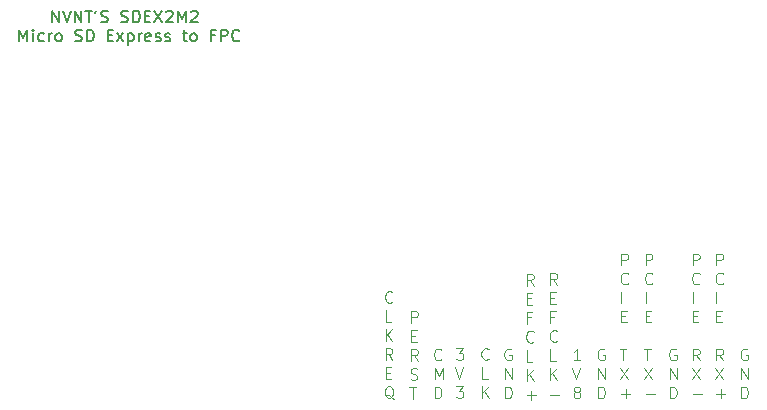
<source format=gbr>
%TF.GenerationSoftware,KiCad,Pcbnew,9.0.2*%
%TF.CreationDate,2025-07-29T12:02:09+08:00*%
%TF.ProjectId,MicroSD Express to FPC,4d696372-6f53-4442-9045-787072657373,rev?*%
%TF.SameCoordinates,Original*%
%TF.FileFunction,Legend,Top*%
%TF.FilePolarity,Positive*%
%FSLAX46Y46*%
G04 Gerber Fmt 4.6, Leading zero omitted, Abs format (unit mm)*
G04 Created by KiCad (PCBNEW 9.0.2) date 2025-07-29 12:02:09*
%MOMM*%
%LPD*%
G01*
G04 APERTURE LIST*
%ADD10C,0.100000*%
%ADD11C,0.200000*%
G04 APERTURE END LIST*
D10*
X181417693Y-130650150D02*
X181322455Y-130602531D01*
X181322455Y-130602531D02*
X181179598Y-130602531D01*
X181179598Y-130602531D02*
X181036741Y-130650150D01*
X181036741Y-130650150D02*
X180941503Y-130745388D01*
X180941503Y-130745388D02*
X180893884Y-130840626D01*
X180893884Y-130840626D02*
X180846265Y-131031102D01*
X180846265Y-131031102D02*
X180846265Y-131173959D01*
X180846265Y-131173959D02*
X180893884Y-131364435D01*
X180893884Y-131364435D02*
X180941503Y-131459673D01*
X180941503Y-131459673D02*
X181036741Y-131554912D01*
X181036741Y-131554912D02*
X181179598Y-131602531D01*
X181179598Y-131602531D02*
X181274836Y-131602531D01*
X181274836Y-131602531D02*
X181417693Y-131554912D01*
X181417693Y-131554912D02*
X181465312Y-131507292D01*
X181465312Y-131507292D02*
X181465312Y-131173959D01*
X181465312Y-131173959D02*
X181274836Y-131173959D01*
X180893884Y-133212475D02*
X180893884Y-132212475D01*
X180893884Y-132212475D02*
X181465312Y-133212475D01*
X181465312Y-133212475D02*
X181465312Y-132212475D01*
X180893884Y-134822419D02*
X180893884Y-133822419D01*
X180893884Y-133822419D02*
X181131979Y-133822419D01*
X181131979Y-133822419D02*
X181274836Y-133870038D01*
X181274836Y-133870038D02*
X181370074Y-133965276D01*
X181370074Y-133965276D02*
X181417693Y-134060514D01*
X181417693Y-134060514D02*
X181465312Y-134250990D01*
X181465312Y-134250990D02*
X181465312Y-134393847D01*
X181465312Y-134393847D02*
X181417693Y-134584323D01*
X181417693Y-134584323D02*
X181370074Y-134679561D01*
X181370074Y-134679561D02*
X181274836Y-134774800D01*
X181274836Y-134774800D02*
X181131979Y-134822419D01*
X181131979Y-134822419D02*
X180893884Y-134822419D01*
X171615312Y-131457292D02*
X171567693Y-131504912D01*
X171567693Y-131504912D02*
X171424836Y-131552531D01*
X171424836Y-131552531D02*
X171329598Y-131552531D01*
X171329598Y-131552531D02*
X171186741Y-131504912D01*
X171186741Y-131504912D02*
X171091503Y-131409673D01*
X171091503Y-131409673D02*
X171043884Y-131314435D01*
X171043884Y-131314435D02*
X170996265Y-131123959D01*
X170996265Y-131123959D02*
X170996265Y-130981102D01*
X170996265Y-130981102D02*
X171043884Y-130790626D01*
X171043884Y-130790626D02*
X171091503Y-130695388D01*
X171091503Y-130695388D02*
X171186741Y-130600150D01*
X171186741Y-130600150D02*
X171329598Y-130552531D01*
X171329598Y-130552531D02*
X171424836Y-130552531D01*
X171424836Y-130552531D02*
X171567693Y-130600150D01*
X171567693Y-130600150D02*
X171615312Y-130647769D01*
X171520074Y-133162475D02*
X171043884Y-133162475D01*
X171043884Y-133162475D02*
X171043884Y-132162475D01*
X171043884Y-134772419D02*
X171043884Y-133772419D01*
X171615312Y-134772419D02*
X171186741Y-134200990D01*
X171615312Y-133772419D02*
X171043884Y-134343847D01*
X188893884Y-123552811D02*
X188893884Y-122552811D01*
X188893884Y-122552811D02*
X189274836Y-122552811D01*
X189274836Y-122552811D02*
X189370074Y-122600430D01*
X189370074Y-122600430D02*
X189417693Y-122648049D01*
X189417693Y-122648049D02*
X189465312Y-122743287D01*
X189465312Y-122743287D02*
X189465312Y-122886144D01*
X189465312Y-122886144D02*
X189417693Y-122981382D01*
X189417693Y-122981382D02*
X189370074Y-123029001D01*
X189370074Y-123029001D02*
X189274836Y-123076620D01*
X189274836Y-123076620D02*
X188893884Y-123076620D01*
X189465312Y-125067516D02*
X189417693Y-125115136D01*
X189417693Y-125115136D02*
X189274836Y-125162755D01*
X189274836Y-125162755D02*
X189179598Y-125162755D01*
X189179598Y-125162755D02*
X189036741Y-125115136D01*
X189036741Y-125115136D02*
X188941503Y-125019897D01*
X188941503Y-125019897D02*
X188893884Y-124924659D01*
X188893884Y-124924659D02*
X188846265Y-124734183D01*
X188846265Y-124734183D02*
X188846265Y-124591326D01*
X188846265Y-124591326D02*
X188893884Y-124400850D01*
X188893884Y-124400850D02*
X188941503Y-124305612D01*
X188941503Y-124305612D02*
X189036741Y-124210374D01*
X189036741Y-124210374D02*
X189179598Y-124162755D01*
X189179598Y-124162755D02*
X189274836Y-124162755D01*
X189274836Y-124162755D02*
X189417693Y-124210374D01*
X189417693Y-124210374D02*
X189465312Y-124257993D01*
X188893884Y-126772699D02*
X188893884Y-125772699D01*
X188893884Y-127858833D02*
X189227217Y-127858833D01*
X189370074Y-128382643D02*
X188893884Y-128382643D01*
X188893884Y-128382643D02*
X188893884Y-127382643D01*
X188893884Y-127382643D02*
X189370074Y-127382643D01*
X189465312Y-131602531D02*
X189131979Y-131126340D01*
X188893884Y-131602531D02*
X188893884Y-130602531D01*
X188893884Y-130602531D02*
X189274836Y-130602531D01*
X189274836Y-130602531D02*
X189370074Y-130650150D01*
X189370074Y-130650150D02*
X189417693Y-130697769D01*
X189417693Y-130697769D02*
X189465312Y-130793007D01*
X189465312Y-130793007D02*
X189465312Y-130935864D01*
X189465312Y-130935864D02*
X189417693Y-131031102D01*
X189417693Y-131031102D02*
X189370074Y-131078721D01*
X189370074Y-131078721D02*
X189274836Y-131126340D01*
X189274836Y-131126340D02*
X188893884Y-131126340D01*
X188798646Y-132212475D02*
X189465312Y-133212475D01*
X189465312Y-132212475D02*
X188798646Y-133212475D01*
X188893884Y-134441466D02*
X189655789Y-134441466D01*
X175415312Y-125262755D02*
X175081979Y-124786564D01*
X174843884Y-125262755D02*
X174843884Y-124262755D01*
X174843884Y-124262755D02*
X175224836Y-124262755D01*
X175224836Y-124262755D02*
X175320074Y-124310374D01*
X175320074Y-124310374D02*
X175367693Y-124357993D01*
X175367693Y-124357993D02*
X175415312Y-124453231D01*
X175415312Y-124453231D02*
X175415312Y-124596088D01*
X175415312Y-124596088D02*
X175367693Y-124691326D01*
X175367693Y-124691326D02*
X175320074Y-124738945D01*
X175320074Y-124738945D02*
X175224836Y-124786564D01*
X175224836Y-124786564D02*
X174843884Y-124786564D01*
X174843884Y-126348889D02*
X175177217Y-126348889D01*
X175320074Y-126872699D02*
X174843884Y-126872699D01*
X174843884Y-126872699D02*
X174843884Y-125872699D01*
X174843884Y-125872699D02*
X175320074Y-125872699D01*
X175177217Y-127958833D02*
X174843884Y-127958833D01*
X174843884Y-128482643D02*
X174843884Y-127482643D01*
X174843884Y-127482643D02*
X175320074Y-127482643D01*
X175415312Y-129997348D02*
X175367693Y-130044968D01*
X175367693Y-130044968D02*
X175224836Y-130092587D01*
X175224836Y-130092587D02*
X175129598Y-130092587D01*
X175129598Y-130092587D02*
X174986741Y-130044968D01*
X174986741Y-130044968D02*
X174891503Y-129949729D01*
X174891503Y-129949729D02*
X174843884Y-129854491D01*
X174843884Y-129854491D02*
X174796265Y-129664015D01*
X174796265Y-129664015D02*
X174796265Y-129521158D01*
X174796265Y-129521158D02*
X174843884Y-129330682D01*
X174843884Y-129330682D02*
X174891503Y-129235444D01*
X174891503Y-129235444D02*
X174986741Y-129140206D01*
X174986741Y-129140206D02*
X175129598Y-129092587D01*
X175129598Y-129092587D02*
X175224836Y-129092587D01*
X175224836Y-129092587D02*
X175367693Y-129140206D01*
X175367693Y-129140206D02*
X175415312Y-129187825D01*
X175320074Y-131702531D02*
X174843884Y-131702531D01*
X174843884Y-131702531D02*
X174843884Y-130702531D01*
X174843884Y-133312475D02*
X174843884Y-132312475D01*
X175415312Y-133312475D02*
X174986741Y-132741046D01*
X175415312Y-132312475D02*
X174843884Y-132883903D01*
X174843884Y-134541466D02*
X175605789Y-134541466D01*
X175224836Y-134922419D02*
X175224836Y-134160514D01*
X190893884Y-123552811D02*
X190893884Y-122552811D01*
X190893884Y-122552811D02*
X191274836Y-122552811D01*
X191274836Y-122552811D02*
X191370074Y-122600430D01*
X191370074Y-122600430D02*
X191417693Y-122648049D01*
X191417693Y-122648049D02*
X191465312Y-122743287D01*
X191465312Y-122743287D02*
X191465312Y-122886144D01*
X191465312Y-122886144D02*
X191417693Y-122981382D01*
X191417693Y-122981382D02*
X191370074Y-123029001D01*
X191370074Y-123029001D02*
X191274836Y-123076620D01*
X191274836Y-123076620D02*
X190893884Y-123076620D01*
X191465312Y-125067516D02*
X191417693Y-125115136D01*
X191417693Y-125115136D02*
X191274836Y-125162755D01*
X191274836Y-125162755D02*
X191179598Y-125162755D01*
X191179598Y-125162755D02*
X191036741Y-125115136D01*
X191036741Y-125115136D02*
X190941503Y-125019897D01*
X190941503Y-125019897D02*
X190893884Y-124924659D01*
X190893884Y-124924659D02*
X190846265Y-124734183D01*
X190846265Y-124734183D02*
X190846265Y-124591326D01*
X190846265Y-124591326D02*
X190893884Y-124400850D01*
X190893884Y-124400850D02*
X190941503Y-124305612D01*
X190941503Y-124305612D02*
X191036741Y-124210374D01*
X191036741Y-124210374D02*
X191179598Y-124162755D01*
X191179598Y-124162755D02*
X191274836Y-124162755D01*
X191274836Y-124162755D02*
X191417693Y-124210374D01*
X191417693Y-124210374D02*
X191465312Y-124257993D01*
X190893884Y-126772699D02*
X190893884Y-125772699D01*
X190893884Y-127858833D02*
X191227217Y-127858833D01*
X191370074Y-128382643D02*
X190893884Y-128382643D01*
X190893884Y-128382643D02*
X190893884Y-127382643D01*
X190893884Y-127382643D02*
X191370074Y-127382643D01*
X191465312Y-131602531D02*
X191131979Y-131126340D01*
X190893884Y-131602531D02*
X190893884Y-130602531D01*
X190893884Y-130602531D02*
X191274836Y-130602531D01*
X191274836Y-130602531D02*
X191370074Y-130650150D01*
X191370074Y-130650150D02*
X191417693Y-130697769D01*
X191417693Y-130697769D02*
X191465312Y-130793007D01*
X191465312Y-130793007D02*
X191465312Y-130935864D01*
X191465312Y-130935864D02*
X191417693Y-131031102D01*
X191417693Y-131031102D02*
X191370074Y-131078721D01*
X191370074Y-131078721D02*
X191274836Y-131126340D01*
X191274836Y-131126340D02*
X190893884Y-131126340D01*
X190798646Y-132212475D02*
X191465312Y-133212475D01*
X191465312Y-132212475D02*
X190798646Y-133212475D01*
X190893884Y-134441466D02*
X191655789Y-134441466D01*
X191274836Y-134822419D02*
X191274836Y-134060514D01*
X167615312Y-131507292D02*
X167567693Y-131554912D01*
X167567693Y-131554912D02*
X167424836Y-131602531D01*
X167424836Y-131602531D02*
X167329598Y-131602531D01*
X167329598Y-131602531D02*
X167186741Y-131554912D01*
X167186741Y-131554912D02*
X167091503Y-131459673D01*
X167091503Y-131459673D02*
X167043884Y-131364435D01*
X167043884Y-131364435D02*
X166996265Y-131173959D01*
X166996265Y-131173959D02*
X166996265Y-131031102D01*
X166996265Y-131031102D02*
X167043884Y-130840626D01*
X167043884Y-130840626D02*
X167091503Y-130745388D01*
X167091503Y-130745388D02*
X167186741Y-130650150D01*
X167186741Y-130650150D02*
X167329598Y-130602531D01*
X167329598Y-130602531D02*
X167424836Y-130602531D01*
X167424836Y-130602531D02*
X167567693Y-130650150D01*
X167567693Y-130650150D02*
X167615312Y-130697769D01*
X167043884Y-133212475D02*
X167043884Y-132212475D01*
X167043884Y-132212475D02*
X167377217Y-132926760D01*
X167377217Y-132926760D02*
X167710550Y-132212475D01*
X167710550Y-132212475D02*
X167710550Y-133212475D01*
X167043884Y-134822419D02*
X167043884Y-133822419D01*
X167043884Y-133822419D02*
X167281979Y-133822419D01*
X167281979Y-133822419D02*
X167424836Y-133870038D01*
X167424836Y-133870038D02*
X167520074Y-133965276D01*
X167520074Y-133965276D02*
X167567693Y-134060514D01*
X167567693Y-134060514D02*
X167615312Y-134250990D01*
X167615312Y-134250990D02*
X167615312Y-134393847D01*
X167615312Y-134393847D02*
X167567693Y-134584323D01*
X167567693Y-134584323D02*
X167520074Y-134679561D01*
X167520074Y-134679561D02*
X167424836Y-134774800D01*
X167424836Y-134774800D02*
X167281979Y-134822419D01*
X167281979Y-134822419D02*
X167043884Y-134822419D01*
X163465312Y-126627460D02*
X163417693Y-126675080D01*
X163417693Y-126675080D02*
X163274836Y-126722699D01*
X163274836Y-126722699D02*
X163179598Y-126722699D01*
X163179598Y-126722699D02*
X163036741Y-126675080D01*
X163036741Y-126675080D02*
X162941503Y-126579841D01*
X162941503Y-126579841D02*
X162893884Y-126484603D01*
X162893884Y-126484603D02*
X162846265Y-126294127D01*
X162846265Y-126294127D02*
X162846265Y-126151270D01*
X162846265Y-126151270D02*
X162893884Y-125960794D01*
X162893884Y-125960794D02*
X162941503Y-125865556D01*
X162941503Y-125865556D02*
X163036741Y-125770318D01*
X163036741Y-125770318D02*
X163179598Y-125722699D01*
X163179598Y-125722699D02*
X163274836Y-125722699D01*
X163274836Y-125722699D02*
X163417693Y-125770318D01*
X163417693Y-125770318D02*
X163465312Y-125817937D01*
X163370074Y-128332643D02*
X162893884Y-128332643D01*
X162893884Y-128332643D02*
X162893884Y-127332643D01*
X162893884Y-129942587D02*
X162893884Y-128942587D01*
X163465312Y-129942587D02*
X163036741Y-129371158D01*
X163465312Y-128942587D02*
X162893884Y-129514015D01*
X163465312Y-131552531D02*
X163131979Y-131076340D01*
X162893884Y-131552531D02*
X162893884Y-130552531D01*
X162893884Y-130552531D02*
X163274836Y-130552531D01*
X163274836Y-130552531D02*
X163370074Y-130600150D01*
X163370074Y-130600150D02*
X163417693Y-130647769D01*
X163417693Y-130647769D02*
X163465312Y-130743007D01*
X163465312Y-130743007D02*
X163465312Y-130885864D01*
X163465312Y-130885864D02*
X163417693Y-130981102D01*
X163417693Y-130981102D02*
X163370074Y-131028721D01*
X163370074Y-131028721D02*
X163274836Y-131076340D01*
X163274836Y-131076340D02*
X162893884Y-131076340D01*
X162893884Y-132638665D02*
X163227217Y-132638665D01*
X163370074Y-133162475D02*
X162893884Y-133162475D01*
X162893884Y-133162475D02*
X162893884Y-132162475D01*
X162893884Y-132162475D02*
X163370074Y-132162475D01*
X163560550Y-134867657D02*
X163465312Y-134820038D01*
X163465312Y-134820038D02*
X163370074Y-134724800D01*
X163370074Y-134724800D02*
X163227217Y-134581942D01*
X163227217Y-134581942D02*
X163131979Y-134534323D01*
X163131979Y-134534323D02*
X163036741Y-134534323D01*
X163084360Y-134772419D02*
X162989122Y-134724800D01*
X162989122Y-134724800D02*
X162893884Y-134629561D01*
X162893884Y-134629561D02*
X162846265Y-134439085D01*
X162846265Y-134439085D02*
X162846265Y-134105752D01*
X162846265Y-134105752D02*
X162893884Y-133915276D01*
X162893884Y-133915276D02*
X162989122Y-133820038D01*
X162989122Y-133820038D02*
X163084360Y-133772419D01*
X163084360Y-133772419D02*
X163274836Y-133772419D01*
X163274836Y-133772419D02*
X163370074Y-133820038D01*
X163370074Y-133820038D02*
X163465312Y-133915276D01*
X163465312Y-133915276D02*
X163512931Y-134105752D01*
X163512931Y-134105752D02*
X163512931Y-134439085D01*
X163512931Y-134439085D02*
X163465312Y-134629561D01*
X163465312Y-134629561D02*
X163370074Y-134724800D01*
X163370074Y-134724800D02*
X163274836Y-134772419D01*
X163274836Y-134772419D02*
X163084360Y-134772419D01*
X179367693Y-131602531D02*
X178796265Y-131602531D01*
X179081979Y-131602531D02*
X179081979Y-130602531D01*
X179081979Y-130602531D02*
X178986741Y-130745388D01*
X178986741Y-130745388D02*
X178891503Y-130840626D01*
X178891503Y-130840626D02*
X178796265Y-130888245D01*
X178701027Y-132212475D02*
X179034360Y-133212475D01*
X179034360Y-133212475D02*
X179367693Y-132212475D01*
X178986741Y-134250990D02*
X178891503Y-134203371D01*
X178891503Y-134203371D02*
X178843884Y-134155752D01*
X178843884Y-134155752D02*
X178796265Y-134060514D01*
X178796265Y-134060514D02*
X178796265Y-134012895D01*
X178796265Y-134012895D02*
X178843884Y-133917657D01*
X178843884Y-133917657D02*
X178891503Y-133870038D01*
X178891503Y-133870038D02*
X178986741Y-133822419D01*
X178986741Y-133822419D02*
X179177217Y-133822419D01*
X179177217Y-133822419D02*
X179272455Y-133870038D01*
X179272455Y-133870038D02*
X179320074Y-133917657D01*
X179320074Y-133917657D02*
X179367693Y-134012895D01*
X179367693Y-134012895D02*
X179367693Y-134060514D01*
X179367693Y-134060514D02*
X179320074Y-134155752D01*
X179320074Y-134155752D02*
X179272455Y-134203371D01*
X179272455Y-134203371D02*
X179177217Y-134250990D01*
X179177217Y-134250990D02*
X178986741Y-134250990D01*
X178986741Y-134250990D02*
X178891503Y-134298609D01*
X178891503Y-134298609D02*
X178843884Y-134346228D01*
X178843884Y-134346228D02*
X178796265Y-134441466D01*
X178796265Y-134441466D02*
X178796265Y-134631942D01*
X178796265Y-134631942D02*
X178843884Y-134727180D01*
X178843884Y-134727180D02*
X178891503Y-134774800D01*
X178891503Y-134774800D02*
X178986741Y-134822419D01*
X178986741Y-134822419D02*
X179177217Y-134822419D01*
X179177217Y-134822419D02*
X179272455Y-134774800D01*
X179272455Y-134774800D02*
X179320074Y-134727180D01*
X179320074Y-134727180D02*
X179367693Y-134631942D01*
X179367693Y-134631942D02*
X179367693Y-134441466D01*
X179367693Y-134441466D02*
X179320074Y-134346228D01*
X179320074Y-134346228D02*
X179272455Y-134298609D01*
X179272455Y-134298609D02*
X179177217Y-134250990D01*
X182843884Y-123552811D02*
X182843884Y-122552811D01*
X182843884Y-122552811D02*
X183224836Y-122552811D01*
X183224836Y-122552811D02*
X183320074Y-122600430D01*
X183320074Y-122600430D02*
X183367693Y-122648049D01*
X183367693Y-122648049D02*
X183415312Y-122743287D01*
X183415312Y-122743287D02*
X183415312Y-122886144D01*
X183415312Y-122886144D02*
X183367693Y-122981382D01*
X183367693Y-122981382D02*
X183320074Y-123029001D01*
X183320074Y-123029001D02*
X183224836Y-123076620D01*
X183224836Y-123076620D02*
X182843884Y-123076620D01*
X183415312Y-125067516D02*
X183367693Y-125115136D01*
X183367693Y-125115136D02*
X183224836Y-125162755D01*
X183224836Y-125162755D02*
X183129598Y-125162755D01*
X183129598Y-125162755D02*
X182986741Y-125115136D01*
X182986741Y-125115136D02*
X182891503Y-125019897D01*
X182891503Y-125019897D02*
X182843884Y-124924659D01*
X182843884Y-124924659D02*
X182796265Y-124734183D01*
X182796265Y-124734183D02*
X182796265Y-124591326D01*
X182796265Y-124591326D02*
X182843884Y-124400850D01*
X182843884Y-124400850D02*
X182891503Y-124305612D01*
X182891503Y-124305612D02*
X182986741Y-124210374D01*
X182986741Y-124210374D02*
X183129598Y-124162755D01*
X183129598Y-124162755D02*
X183224836Y-124162755D01*
X183224836Y-124162755D02*
X183367693Y-124210374D01*
X183367693Y-124210374D02*
X183415312Y-124257993D01*
X182843884Y-126772699D02*
X182843884Y-125772699D01*
X182843884Y-127858833D02*
X183177217Y-127858833D01*
X183320074Y-128382643D02*
X182843884Y-128382643D01*
X182843884Y-128382643D02*
X182843884Y-127382643D01*
X182843884Y-127382643D02*
X183320074Y-127382643D01*
X182701027Y-130602531D02*
X183272455Y-130602531D01*
X182986741Y-131602531D02*
X182986741Y-130602531D01*
X182748646Y-132212475D02*
X183415312Y-133212475D01*
X183415312Y-132212475D02*
X182748646Y-133212475D01*
X182843884Y-134441466D02*
X183605789Y-134441466D01*
X183224836Y-134822419D02*
X183224836Y-134060514D01*
X168848646Y-130552531D02*
X169467693Y-130552531D01*
X169467693Y-130552531D02*
X169134360Y-130933483D01*
X169134360Y-130933483D02*
X169277217Y-130933483D01*
X169277217Y-130933483D02*
X169372455Y-130981102D01*
X169372455Y-130981102D02*
X169420074Y-131028721D01*
X169420074Y-131028721D02*
X169467693Y-131123959D01*
X169467693Y-131123959D02*
X169467693Y-131362054D01*
X169467693Y-131362054D02*
X169420074Y-131457292D01*
X169420074Y-131457292D02*
X169372455Y-131504912D01*
X169372455Y-131504912D02*
X169277217Y-131552531D01*
X169277217Y-131552531D02*
X168991503Y-131552531D01*
X168991503Y-131552531D02*
X168896265Y-131504912D01*
X168896265Y-131504912D02*
X168848646Y-131457292D01*
X168801027Y-132162475D02*
X169134360Y-133162475D01*
X169134360Y-133162475D02*
X169467693Y-132162475D01*
X168848646Y-133772419D02*
X169467693Y-133772419D01*
X169467693Y-133772419D02*
X169134360Y-134153371D01*
X169134360Y-134153371D02*
X169277217Y-134153371D01*
X169277217Y-134153371D02*
X169372455Y-134200990D01*
X169372455Y-134200990D02*
X169420074Y-134248609D01*
X169420074Y-134248609D02*
X169467693Y-134343847D01*
X169467693Y-134343847D02*
X169467693Y-134581942D01*
X169467693Y-134581942D02*
X169420074Y-134677180D01*
X169420074Y-134677180D02*
X169372455Y-134724800D01*
X169372455Y-134724800D02*
X169277217Y-134772419D01*
X169277217Y-134772419D02*
X168991503Y-134772419D01*
X168991503Y-134772419D02*
X168896265Y-134724800D01*
X168896265Y-134724800D02*
X168848646Y-134677180D01*
X187467693Y-130650150D02*
X187372455Y-130602531D01*
X187372455Y-130602531D02*
X187229598Y-130602531D01*
X187229598Y-130602531D02*
X187086741Y-130650150D01*
X187086741Y-130650150D02*
X186991503Y-130745388D01*
X186991503Y-130745388D02*
X186943884Y-130840626D01*
X186943884Y-130840626D02*
X186896265Y-131031102D01*
X186896265Y-131031102D02*
X186896265Y-131173959D01*
X186896265Y-131173959D02*
X186943884Y-131364435D01*
X186943884Y-131364435D02*
X186991503Y-131459673D01*
X186991503Y-131459673D02*
X187086741Y-131554912D01*
X187086741Y-131554912D02*
X187229598Y-131602531D01*
X187229598Y-131602531D02*
X187324836Y-131602531D01*
X187324836Y-131602531D02*
X187467693Y-131554912D01*
X187467693Y-131554912D02*
X187515312Y-131507292D01*
X187515312Y-131507292D02*
X187515312Y-131173959D01*
X187515312Y-131173959D02*
X187324836Y-131173959D01*
X186943884Y-133212475D02*
X186943884Y-132212475D01*
X186943884Y-132212475D02*
X187515312Y-133212475D01*
X187515312Y-133212475D02*
X187515312Y-132212475D01*
X186943884Y-134822419D02*
X186943884Y-133822419D01*
X186943884Y-133822419D02*
X187181979Y-133822419D01*
X187181979Y-133822419D02*
X187324836Y-133870038D01*
X187324836Y-133870038D02*
X187420074Y-133965276D01*
X187420074Y-133965276D02*
X187467693Y-134060514D01*
X187467693Y-134060514D02*
X187515312Y-134250990D01*
X187515312Y-134250990D02*
X187515312Y-134393847D01*
X187515312Y-134393847D02*
X187467693Y-134584323D01*
X187467693Y-134584323D02*
X187420074Y-134679561D01*
X187420074Y-134679561D02*
X187324836Y-134774800D01*
X187324836Y-134774800D02*
X187181979Y-134822419D01*
X187181979Y-134822419D02*
X186943884Y-134822419D01*
X165043884Y-128432643D02*
X165043884Y-127432643D01*
X165043884Y-127432643D02*
X165424836Y-127432643D01*
X165424836Y-127432643D02*
X165520074Y-127480262D01*
X165520074Y-127480262D02*
X165567693Y-127527881D01*
X165567693Y-127527881D02*
X165615312Y-127623119D01*
X165615312Y-127623119D02*
X165615312Y-127765976D01*
X165615312Y-127765976D02*
X165567693Y-127861214D01*
X165567693Y-127861214D02*
X165520074Y-127908833D01*
X165520074Y-127908833D02*
X165424836Y-127956452D01*
X165424836Y-127956452D02*
X165043884Y-127956452D01*
X165043884Y-129518777D02*
X165377217Y-129518777D01*
X165520074Y-130042587D02*
X165043884Y-130042587D01*
X165043884Y-130042587D02*
X165043884Y-129042587D01*
X165043884Y-129042587D02*
X165520074Y-129042587D01*
X165615312Y-131652531D02*
X165281979Y-131176340D01*
X165043884Y-131652531D02*
X165043884Y-130652531D01*
X165043884Y-130652531D02*
X165424836Y-130652531D01*
X165424836Y-130652531D02*
X165520074Y-130700150D01*
X165520074Y-130700150D02*
X165567693Y-130747769D01*
X165567693Y-130747769D02*
X165615312Y-130843007D01*
X165615312Y-130843007D02*
X165615312Y-130985864D01*
X165615312Y-130985864D02*
X165567693Y-131081102D01*
X165567693Y-131081102D02*
X165520074Y-131128721D01*
X165520074Y-131128721D02*
X165424836Y-131176340D01*
X165424836Y-131176340D02*
X165043884Y-131176340D01*
X164996265Y-133214856D02*
X165139122Y-133262475D01*
X165139122Y-133262475D02*
X165377217Y-133262475D01*
X165377217Y-133262475D02*
X165472455Y-133214856D01*
X165472455Y-133214856D02*
X165520074Y-133167236D01*
X165520074Y-133167236D02*
X165567693Y-133071998D01*
X165567693Y-133071998D02*
X165567693Y-132976760D01*
X165567693Y-132976760D02*
X165520074Y-132881522D01*
X165520074Y-132881522D02*
X165472455Y-132833903D01*
X165472455Y-132833903D02*
X165377217Y-132786284D01*
X165377217Y-132786284D02*
X165186741Y-132738665D01*
X165186741Y-132738665D02*
X165091503Y-132691046D01*
X165091503Y-132691046D02*
X165043884Y-132643427D01*
X165043884Y-132643427D02*
X164996265Y-132548189D01*
X164996265Y-132548189D02*
X164996265Y-132452951D01*
X164996265Y-132452951D02*
X165043884Y-132357713D01*
X165043884Y-132357713D02*
X165091503Y-132310094D01*
X165091503Y-132310094D02*
X165186741Y-132262475D01*
X165186741Y-132262475D02*
X165424836Y-132262475D01*
X165424836Y-132262475D02*
X165567693Y-132310094D01*
X164901027Y-133872419D02*
X165472455Y-133872419D01*
X165186741Y-134872419D02*
X165186741Y-133872419D01*
X177415312Y-125212755D02*
X177081979Y-124736564D01*
X176843884Y-125212755D02*
X176843884Y-124212755D01*
X176843884Y-124212755D02*
X177224836Y-124212755D01*
X177224836Y-124212755D02*
X177320074Y-124260374D01*
X177320074Y-124260374D02*
X177367693Y-124307993D01*
X177367693Y-124307993D02*
X177415312Y-124403231D01*
X177415312Y-124403231D02*
X177415312Y-124546088D01*
X177415312Y-124546088D02*
X177367693Y-124641326D01*
X177367693Y-124641326D02*
X177320074Y-124688945D01*
X177320074Y-124688945D02*
X177224836Y-124736564D01*
X177224836Y-124736564D02*
X176843884Y-124736564D01*
X176843884Y-126298889D02*
X177177217Y-126298889D01*
X177320074Y-126822699D02*
X176843884Y-126822699D01*
X176843884Y-126822699D02*
X176843884Y-125822699D01*
X176843884Y-125822699D02*
X177320074Y-125822699D01*
X177177217Y-127908833D02*
X176843884Y-127908833D01*
X176843884Y-128432643D02*
X176843884Y-127432643D01*
X176843884Y-127432643D02*
X177320074Y-127432643D01*
X177415312Y-129947348D02*
X177367693Y-129994968D01*
X177367693Y-129994968D02*
X177224836Y-130042587D01*
X177224836Y-130042587D02*
X177129598Y-130042587D01*
X177129598Y-130042587D02*
X176986741Y-129994968D01*
X176986741Y-129994968D02*
X176891503Y-129899729D01*
X176891503Y-129899729D02*
X176843884Y-129804491D01*
X176843884Y-129804491D02*
X176796265Y-129614015D01*
X176796265Y-129614015D02*
X176796265Y-129471158D01*
X176796265Y-129471158D02*
X176843884Y-129280682D01*
X176843884Y-129280682D02*
X176891503Y-129185444D01*
X176891503Y-129185444D02*
X176986741Y-129090206D01*
X176986741Y-129090206D02*
X177129598Y-129042587D01*
X177129598Y-129042587D02*
X177224836Y-129042587D01*
X177224836Y-129042587D02*
X177367693Y-129090206D01*
X177367693Y-129090206D02*
X177415312Y-129137825D01*
X177320074Y-131652531D02*
X176843884Y-131652531D01*
X176843884Y-131652531D02*
X176843884Y-130652531D01*
X176843884Y-133262475D02*
X176843884Y-132262475D01*
X177415312Y-133262475D02*
X176986741Y-132691046D01*
X177415312Y-132262475D02*
X176843884Y-132833903D01*
X176843884Y-134491466D02*
X177605789Y-134491466D01*
X193517693Y-130650150D02*
X193422455Y-130602531D01*
X193422455Y-130602531D02*
X193279598Y-130602531D01*
X193279598Y-130602531D02*
X193136741Y-130650150D01*
X193136741Y-130650150D02*
X193041503Y-130745388D01*
X193041503Y-130745388D02*
X192993884Y-130840626D01*
X192993884Y-130840626D02*
X192946265Y-131031102D01*
X192946265Y-131031102D02*
X192946265Y-131173959D01*
X192946265Y-131173959D02*
X192993884Y-131364435D01*
X192993884Y-131364435D02*
X193041503Y-131459673D01*
X193041503Y-131459673D02*
X193136741Y-131554912D01*
X193136741Y-131554912D02*
X193279598Y-131602531D01*
X193279598Y-131602531D02*
X193374836Y-131602531D01*
X193374836Y-131602531D02*
X193517693Y-131554912D01*
X193517693Y-131554912D02*
X193565312Y-131507292D01*
X193565312Y-131507292D02*
X193565312Y-131173959D01*
X193565312Y-131173959D02*
X193374836Y-131173959D01*
X192993884Y-133212475D02*
X192993884Y-132212475D01*
X192993884Y-132212475D02*
X193565312Y-133212475D01*
X193565312Y-133212475D02*
X193565312Y-132212475D01*
X192993884Y-134822419D02*
X192993884Y-133822419D01*
X192993884Y-133822419D02*
X193231979Y-133822419D01*
X193231979Y-133822419D02*
X193374836Y-133870038D01*
X193374836Y-133870038D02*
X193470074Y-133965276D01*
X193470074Y-133965276D02*
X193517693Y-134060514D01*
X193517693Y-134060514D02*
X193565312Y-134250990D01*
X193565312Y-134250990D02*
X193565312Y-134393847D01*
X193565312Y-134393847D02*
X193517693Y-134584323D01*
X193517693Y-134584323D02*
X193470074Y-134679561D01*
X193470074Y-134679561D02*
X193374836Y-134774800D01*
X193374836Y-134774800D02*
X193231979Y-134822419D01*
X193231979Y-134822419D02*
X192993884Y-134822419D01*
X184893884Y-123552811D02*
X184893884Y-122552811D01*
X184893884Y-122552811D02*
X185274836Y-122552811D01*
X185274836Y-122552811D02*
X185370074Y-122600430D01*
X185370074Y-122600430D02*
X185417693Y-122648049D01*
X185417693Y-122648049D02*
X185465312Y-122743287D01*
X185465312Y-122743287D02*
X185465312Y-122886144D01*
X185465312Y-122886144D02*
X185417693Y-122981382D01*
X185417693Y-122981382D02*
X185370074Y-123029001D01*
X185370074Y-123029001D02*
X185274836Y-123076620D01*
X185274836Y-123076620D02*
X184893884Y-123076620D01*
X185465312Y-125067516D02*
X185417693Y-125115136D01*
X185417693Y-125115136D02*
X185274836Y-125162755D01*
X185274836Y-125162755D02*
X185179598Y-125162755D01*
X185179598Y-125162755D02*
X185036741Y-125115136D01*
X185036741Y-125115136D02*
X184941503Y-125019897D01*
X184941503Y-125019897D02*
X184893884Y-124924659D01*
X184893884Y-124924659D02*
X184846265Y-124734183D01*
X184846265Y-124734183D02*
X184846265Y-124591326D01*
X184846265Y-124591326D02*
X184893884Y-124400850D01*
X184893884Y-124400850D02*
X184941503Y-124305612D01*
X184941503Y-124305612D02*
X185036741Y-124210374D01*
X185036741Y-124210374D02*
X185179598Y-124162755D01*
X185179598Y-124162755D02*
X185274836Y-124162755D01*
X185274836Y-124162755D02*
X185417693Y-124210374D01*
X185417693Y-124210374D02*
X185465312Y-124257993D01*
X184893884Y-126772699D02*
X184893884Y-125772699D01*
X184893884Y-127858833D02*
X185227217Y-127858833D01*
X185370074Y-128382643D02*
X184893884Y-128382643D01*
X184893884Y-128382643D02*
X184893884Y-127382643D01*
X184893884Y-127382643D02*
X185370074Y-127382643D01*
X184751027Y-130602531D02*
X185322455Y-130602531D01*
X185036741Y-131602531D02*
X185036741Y-130602531D01*
X184798646Y-132212475D02*
X185465312Y-133212475D01*
X185465312Y-132212475D02*
X184798646Y-133212475D01*
X184893884Y-134441466D02*
X185655789Y-134441466D01*
X173517693Y-130650150D02*
X173422455Y-130602531D01*
X173422455Y-130602531D02*
X173279598Y-130602531D01*
X173279598Y-130602531D02*
X173136741Y-130650150D01*
X173136741Y-130650150D02*
X173041503Y-130745388D01*
X173041503Y-130745388D02*
X172993884Y-130840626D01*
X172993884Y-130840626D02*
X172946265Y-131031102D01*
X172946265Y-131031102D02*
X172946265Y-131173959D01*
X172946265Y-131173959D02*
X172993884Y-131364435D01*
X172993884Y-131364435D02*
X173041503Y-131459673D01*
X173041503Y-131459673D02*
X173136741Y-131554912D01*
X173136741Y-131554912D02*
X173279598Y-131602531D01*
X173279598Y-131602531D02*
X173374836Y-131602531D01*
X173374836Y-131602531D02*
X173517693Y-131554912D01*
X173517693Y-131554912D02*
X173565312Y-131507292D01*
X173565312Y-131507292D02*
X173565312Y-131173959D01*
X173565312Y-131173959D02*
X173374836Y-131173959D01*
X172993884Y-133212475D02*
X172993884Y-132212475D01*
X172993884Y-132212475D02*
X173565312Y-133212475D01*
X173565312Y-133212475D02*
X173565312Y-132212475D01*
X172993884Y-134822419D02*
X172993884Y-133822419D01*
X172993884Y-133822419D02*
X173231979Y-133822419D01*
X173231979Y-133822419D02*
X173374836Y-133870038D01*
X173374836Y-133870038D02*
X173470074Y-133965276D01*
X173470074Y-133965276D02*
X173517693Y-134060514D01*
X173517693Y-134060514D02*
X173565312Y-134250990D01*
X173565312Y-134250990D02*
X173565312Y-134393847D01*
X173565312Y-134393847D02*
X173517693Y-134584323D01*
X173517693Y-134584323D02*
X173470074Y-134679561D01*
X173470074Y-134679561D02*
X173374836Y-134774800D01*
X173374836Y-134774800D02*
X173231979Y-134822419D01*
X173231979Y-134822419D02*
X172993884Y-134822419D01*
D11*
X134646190Y-102977275D02*
X134646190Y-101977275D01*
X134646190Y-101977275D02*
X135217618Y-102977275D01*
X135217618Y-102977275D02*
X135217618Y-101977275D01*
X135550952Y-101977275D02*
X135884285Y-102977275D01*
X135884285Y-102977275D02*
X136217618Y-101977275D01*
X136550952Y-102977275D02*
X136550952Y-101977275D01*
X136550952Y-101977275D02*
X137122380Y-102977275D01*
X137122380Y-102977275D02*
X137122380Y-101977275D01*
X137455714Y-101977275D02*
X138027142Y-101977275D01*
X137741428Y-102977275D02*
X137741428Y-101977275D01*
X138408095Y-101977275D02*
X138312857Y-102167751D01*
X138789047Y-102929656D02*
X138931904Y-102977275D01*
X138931904Y-102977275D02*
X139169999Y-102977275D01*
X139169999Y-102977275D02*
X139265237Y-102929656D01*
X139265237Y-102929656D02*
X139312856Y-102882036D01*
X139312856Y-102882036D02*
X139360475Y-102786798D01*
X139360475Y-102786798D02*
X139360475Y-102691560D01*
X139360475Y-102691560D02*
X139312856Y-102596322D01*
X139312856Y-102596322D02*
X139265237Y-102548703D01*
X139265237Y-102548703D02*
X139169999Y-102501084D01*
X139169999Y-102501084D02*
X138979523Y-102453465D01*
X138979523Y-102453465D02*
X138884285Y-102405846D01*
X138884285Y-102405846D02*
X138836666Y-102358227D01*
X138836666Y-102358227D02*
X138789047Y-102262989D01*
X138789047Y-102262989D02*
X138789047Y-102167751D01*
X138789047Y-102167751D02*
X138836666Y-102072513D01*
X138836666Y-102072513D02*
X138884285Y-102024894D01*
X138884285Y-102024894D02*
X138979523Y-101977275D01*
X138979523Y-101977275D02*
X139217618Y-101977275D01*
X139217618Y-101977275D02*
X139360475Y-102024894D01*
X140503333Y-102929656D02*
X140646190Y-102977275D01*
X140646190Y-102977275D02*
X140884285Y-102977275D01*
X140884285Y-102977275D02*
X140979523Y-102929656D01*
X140979523Y-102929656D02*
X141027142Y-102882036D01*
X141027142Y-102882036D02*
X141074761Y-102786798D01*
X141074761Y-102786798D02*
X141074761Y-102691560D01*
X141074761Y-102691560D02*
X141027142Y-102596322D01*
X141027142Y-102596322D02*
X140979523Y-102548703D01*
X140979523Y-102548703D02*
X140884285Y-102501084D01*
X140884285Y-102501084D02*
X140693809Y-102453465D01*
X140693809Y-102453465D02*
X140598571Y-102405846D01*
X140598571Y-102405846D02*
X140550952Y-102358227D01*
X140550952Y-102358227D02*
X140503333Y-102262989D01*
X140503333Y-102262989D02*
X140503333Y-102167751D01*
X140503333Y-102167751D02*
X140550952Y-102072513D01*
X140550952Y-102072513D02*
X140598571Y-102024894D01*
X140598571Y-102024894D02*
X140693809Y-101977275D01*
X140693809Y-101977275D02*
X140931904Y-101977275D01*
X140931904Y-101977275D02*
X141074761Y-102024894D01*
X141503333Y-102977275D02*
X141503333Y-101977275D01*
X141503333Y-101977275D02*
X141741428Y-101977275D01*
X141741428Y-101977275D02*
X141884285Y-102024894D01*
X141884285Y-102024894D02*
X141979523Y-102120132D01*
X141979523Y-102120132D02*
X142027142Y-102215370D01*
X142027142Y-102215370D02*
X142074761Y-102405846D01*
X142074761Y-102405846D02*
X142074761Y-102548703D01*
X142074761Y-102548703D02*
X142027142Y-102739179D01*
X142027142Y-102739179D02*
X141979523Y-102834417D01*
X141979523Y-102834417D02*
X141884285Y-102929656D01*
X141884285Y-102929656D02*
X141741428Y-102977275D01*
X141741428Y-102977275D02*
X141503333Y-102977275D01*
X142503333Y-102453465D02*
X142836666Y-102453465D01*
X142979523Y-102977275D02*
X142503333Y-102977275D01*
X142503333Y-102977275D02*
X142503333Y-101977275D01*
X142503333Y-101977275D02*
X142979523Y-101977275D01*
X143312857Y-101977275D02*
X143979523Y-102977275D01*
X143979523Y-101977275D02*
X143312857Y-102977275D01*
X144312857Y-102072513D02*
X144360476Y-102024894D01*
X144360476Y-102024894D02*
X144455714Y-101977275D01*
X144455714Y-101977275D02*
X144693809Y-101977275D01*
X144693809Y-101977275D02*
X144789047Y-102024894D01*
X144789047Y-102024894D02*
X144836666Y-102072513D01*
X144836666Y-102072513D02*
X144884285Y-102167751D01*
X144884285Y-102167751D02*
X144884285Y-102262989D01*
X144884285Y-102262989D02*
X144836666Y-102405846D01*
X144836666Y-102405846D02*
X144265238Y-102977275D01*
X144265238Y-102977275D02*
X144884285Y-102977275D01*
X145312857Y-102977275D02*
X145312857Y-101977275D01*
X145312857Y-101977275D02*
X145646190Y-102691560D01*
X145646190Y-102691560D02*
X145979523Y-101977275D01*
X145979523Y-101977275D02*
X145979523Y-102977275D01*
X146408095Y-102072513D02*
X146455714Y-102024894D01*
X146455714Y-102024894D02*
X146550952Y-101977275D01*
X146550952Y-101977275D02*
X146789047Y-101977275D01*
X146789047Y-101977275D02*
X146884285Y-102024894D01*
X146884285Y-102024894D02*
X146931904Y-102072513D01*
X146931904Y-102072513D02*
X146979523Y-102167751D01*
X146979523Y-102167751D02*
X146979523Y-102262989D01*
X146979523Y-102262989D02*
X146931904Y-102405846D01*
X146931904Y-102405846D02*
X146360476Y-102977275D01*
X146360476Y-102977275D02*
X146979523Y-102977275D01*
X131884284Y-104587219D02*
X131884284Y-103587219D01*
X131884284Y-103587219D02*
X132217617Y-104301504D01*
X132217617Y-104301504D02*
X132550950Y-103587219D01*
X132550950Y-103587219D02*
X132550950Y-104587219D01*
X133027141Y-104587219D02*
X133027141Y-103920552D01*
X133027141Y-103587219D02*
X132979522Y-103634838D01*
X132979522Y-103634838D02*
X133027141Y-103682457D01*
X133027141Y-103682457D02*
X133074760Y-103634838D01*
X133074760Y-103634838D02*
X133027141Y-103587219D01*
X133027141Y-103587219D02*
X133027141Y-103682457D01*
X133931902Y-104539600D02*
X133836664Y-104587219D01*
X133836664Y-104587219D02*
X133646188Y-104587219D01*
X133646188Y-104587219D02*
X133550950Y-104539600D01*
X133550950Y-104539600D02*
X133503331Y-104491980D01*
X133503331Y-104491980D02*
X133455712Y-104396742D01*
X133455712Y-104396742D02*
X133455712Y-104111028D01*
X133455712Y-104111028D02*
X133503331Y-104015790D01*
X133503331Y-104015790D02*
X133550950Y-103968171D01*
X133550950Y-103968171D02*
X133646188Y-103920552D01*
X133646188Y-103920552D02*
X133836664Y-103920552D01*
X133836664Y-103920552D02*
X133931902Y-103968171D01*
X134360474Y-104587219D02*
X134360474Y-103920552D01*
X134360474Y-104111028D02*
X134408093Y-104015790D01*
X134408093Y-104015790D02*
X134455712Y-103968171D01*
X134455712Y-103968171D02*
X134550950Y-103920552D01*
X134550950Y-103920552D02*
X134646188Y-103920552D01*
X135122379Y-104587219D02*
X135027141Y-104539600D01*
X135027141Y-104539600D02*
X134979522Y-104491980D01*
X134979522Y-104491980D02*
X134931903Y-104396742D01*
X134931903Y-104396742D02*
X134931903Y-104111028D01*
X134931903Y-104111028D02*
X134979522Y-104015790D01*
X134979522Y-104015790D02*
X135027141Y-103968171D01*
X135027141Y-103968171D02*
X135122379Y-103920552D01*
X135122379Y-103920552D02*
X135265236Y-103920552D01*
X135265236Y-103920552D02*
X135360474Y-103968171D01*
X135360474Y-103968171D02*
X135408093Y-104015790D01*
X135408093Y-104015790D02*
X135455712Y-104111028D01*
X135455712Y-104111028D02*
X135455712Y-104396742D01*
X135455712Y-104396742D02*
X135408093Y-104491980D01*
X135408093Y-104491980D02*
X135360474Y-104539600D01*
X135360474Y-104539600D02*
X135265236Y-104587219D01*
X135265236Y-104587219D02*
X135122379Y-104587219D01*
X136598570Y-104539600D02*
X136741427Y-104587219D01*
X136741427Y-104587219D02*
X136979522Y-104587219D01*
X136979522Y-104587219D02*
X137074760Y-104539600D01*
X137074760Y-104539600D02*
X137122379Y-104491980D01*
X137122379Y-104491980D02*
X137169998Y-104396742D01*
X137169998Y-104396742D02*
X137169998Y-104301504D01*
X137169998Y-104301504D02*
X137122379Y-104206266D01*
X137122379Y-104206266D02*
X137074760Y-104158647D01*
X137074760Y-104158647D02*
X136979522Y-104111028D01*
X136979522Y-104111028D02*
X136789046Y-104063409D01*
X136789046Y-104063409D02*
X136693808Y-104015790D01*
X136693808Y-104015790D02*
X136646189Y-103968171D01*
X136646189Y-103968171D02*
X136598570Y-103872933D01*
X136598570Y-103872933D02*
X136598570Y-103777695D01*
X136598570Y-103777695D02*
X136646189Y-103682457D01*
X136646189Y-103682457D02*
X136693808Y-103634838D01*
X136693808Y-103634838D02*
X136789046Y-103587219D01*
X136789046Y-103587219D02*
X137027141Y-103587219D01*
X137027141Y-103587219D02*
X137169998Y-103634838D01*
X137598570Y-104587219D02*
X137598570Y-103587219D01*
X137598570Y-103587219D02*
X137836665Y-103587219D01*
X137836665Y-103587219D02*
X137979522Y-103634838D01*
X137979522Y-103634838D02*
X138074760Y-103730076D01*
X138074760Y-103730076D02*
X138122379Y-103825314D01*
X138122379Y-103825314D02*
X138169998Y-104015790D01*
X138169998Y-104015790D02*
X138169998Y-104158647D01*
X138169998Y-104158647D02*
X138122379Y-104349123D01*
X138122379Y-104349123D02*
X138074760Y-104444361D01*
X138074760Y-104444361D02*
X137979522Y-104539600D01*
X137979522Y-104539600D02*
X137836665Y-104587219D01*
X137836665Y-104587219D02*
X137598570Y-104587219D01*
X139360475Y-104063409D02*
X139693808Y-104063409D01*
X139836665Y-104587219D02*
X139360475Y-104587219D01*
X139360475Y-104587219D02*
X139360475Y-103587219D01*
X139360475Y-103587219D02*
X139836665Y-103587219D01*
X140169999Y-104587219D02*
X140693808Y-103920552D01*
X140169999Y-103920552D02*
X140693808Y-104587219D01*
X141074761Y-103920552D02*
X141074761Y-104920552D01*
X141074761Y-103968171D02*
X141169999Y-103920552D01*
X141169999Y-103920552D02*
X141360475Y-103920552D01*
X141360475Y-103920552D02*
X141455713Y-103968171D01*
X141455713Y-103968171D02*
X141503332Y-104015790D01*
X141503332Y-104015790D02*
X141550951Y-104111028D01*
X141550951Y-104111028D02*
X141550951Y-104396742D01*
X141550951Y-104396742D02*
X141503332Y-104491980D01*
X141503332Y-104491980D02*
X141455713Y-104539600D01*
X141455713Y-104539600D02*
X141360475Y-104587219D01*
X141360475Y-104587219D02*
X141169999Y-104587219D01*
X141169999Y-104587219D02*
X141074761Y-104539600D01*
X141979523Y-104587219D02*
X141979523Y-103920552D01*
X141979523Y-104111028D02*
X142027142Y-104015790D01*
X142027142Y-104015790D02*
X142074761Y-103968171D01*
X142074761Y-103968171D02*
X142169999Y-103920552D01*
X142169999Y-103920552D02*
X142265237Y-103920552D01*
X142979523Y-104539600D02*
X142884285Y-104587219D01*
X142884285Y-104587219D02*
X142693809Y-104587219D01*
X142693809Y-104587219D02*
X142598571Y-104539600D01*
X142598571Y-104539600D02*
X142550952Y-104444361D01*
X142550952Y-104444361D02*
X142550952Y-104063409D01*
X142550952Y-104063409D02*
X142598571Y-103968171D01*
X142598571Y-103968171D02*
X142693809Y-103920552D01*
X142693809Y-103920552D02*
X142884285Y-103920552D01*
X142884285Y-103920552D02*
X142979523Y-103968171D01*
X142979523Y-103968171D02*
X143027142Y-104063409D01*
X143027142Y-104063409D02*
X143027142Y-104158647D01*
X143027142Y-104158647D02*
X142550952Y-104253885D01*
X143408095Y-104539600D02*
X143503333Y-104587219D01*
X143503333Y-104587219D02*
X143693809Y-104587219D01*
X143693809Y-104587219D02*
X143789047Y-104539600D01*
X143789047Y-104539600D02*
X143836666Y-104444361D01*
X143836666Y-104444361D02*
X143836666Y-104396742D01*
X143836666Y-104396742D02*
X143789047Y-104301504D01*
X143789047Y-104301504D02*
X143693809Y-104253885D01*
X143693809Y-104253885D02*
X143550952Y-104253885D01*
X143550952Y-104253885D02*
X143455714Y-104206266D01*
X143455714Y-104206266D02*
X143408095Y-104111028D01*
X143408095Y-104111028D02*
X143408095Y-104063409D01*
X143408095Y-104063409D02*
X143455714Y-103968171D01*
X143455714Y-103968171D02*
X143550952Y-103920552D01*
X143550952Y-103920552D02*
X143693809Y-103920552D01*
X143693809Y-103920552D02*
X143789047Y-103968171D01*
X144217619Y-104539600D02*
X144312857Y-104587219D01*
X144312857Y-104587219D02*
X144503333Y-104587219D01*
X144503333Y-104587219D02*
X144598571Y-104539600D01*
X144598571Y-104539600D02*
X144646190Y-104444361D01*
X144646190Y-104444361D02*
X144646190Y-104396742D01*
X144646190Y-104396742D02*
X144598571Y-104301504D01*
X144598571Y-104301504D02*
X144503333Y-104253885D01*
X144503333Y-104253885D02*
X144360476Y-104253885D01*
X144360476Y-104253885D02*
X144265238Y-104206266D01*
X144265238Y-104206266D02*
X144217619Y-104111028D01*
X144217619Y-104111028D02*
X144217619Y-104063409D01*
X144217619Y-104063409D02*
X144265238Y-103968171D01*
X144265238Y-103968171D02*
X144360476Y-103920552D01*
X144360476Y-103920552D02*
X144503333Y-103920552D01*
X144503333Y-103920552D02*
X144598571Y-103968171D01*
X145693810Y-103920552D02*
X146074762Y-103920552D01*
X145836667Y-103587219D02*
X145836667Y-104444361D01*
X145836667Y-104444361D02*
X145884286Y-104539600D01*
X145884286Y-104539600D02*
X145979524Y-104587219D01*
X145979524Y-104587219D02*
X146074762Y-104587219D01*
X146550953Y-104587219D02*
X146455715Y-104539600D01*
X146455715Y-104539600D02*
X146408096Y-104491980D01*
X146408096Y-104491980D02*
X146360477Y-104396742D01*
X146360477Y-104396742D02*
X146360477Y-104111028D01*
X146360477Y-104111028D02*
X146408096Y-104015790D01*
X146408096Y-104015790D02*
X146455715Y-103968171D01*
X146455715Y-103968171D02*
X146550953Y-103920552D01*
X146550953Y-103920552D02*
X146693810Y-103920552D01*
X146693810Y-103920552D02*
X146789048Y-103968171D01*
X146789048Y-103968171D02*
X146836667Y-104015790D01*
X146836667Y-104015790D02*
X146884286Y-104111028D01*
X146884286Y-104111028D02*
X146884286Y-104396742D01*
X146884286Y-104396742D02*
X146836667Y-104491980D01*
X146836667Y-104491980D02*
X146789048Y-104539600D01*
X146789048Y-104539600D02*
X146693810Y-104587219D01*
X146693810Y-104587219D02*
X146550953Y-104587219D01*
X148408096Y-104063409D02*
X148074763Y-104063409D01*
X148074763Y-104587219D02*
X148074763Y-103587219D01*
X148074763Y-103587219D02*
X148550953Y-103587219D01*
X148931906Y-104587219D02*
X148931906Y-103587219D01*
X148931906Y-103587219D02*
X149312858Y-103587219D01*
X149312858Y-103587219D02*
X149408096Y-103634838D01*
X149408096Y-103634838D02*
X149455715Y-103682457D01*
X149455715Y-103682457D02*
X149503334Y-103777695D01*
X149503334Y-103777695D02*
X149503334Y-103920552D01*
X149503334Y-103920552D02*
X149455715Y-104015790D01*
X149455715Y-104015790D02*
X149408096Y-104063409D01*
X149408096Y-104063409D02*
X149312858Y-104111028D01*
X149312858Y-104111028D02*
X148931906Y-104111028D01*
X150503334Y-104491980D02*
X150455715Y-104539600D01*
X150455715Y-104539600D02*
X150312858Y-104587219D01*
X150312858Y-104587219D02*
X150217620Y-104587219D01*
X150217620Y-104587219D02*
X150074763Y-104539600D01*
X150074763Y-104539600D02*
X149979525Y-104444361D01*
X149979525Y-104444361D02*
X149931906Y-104349123D01*
X149931906Y-104349123D02*
X149884287Y-104158647D01*
X149884287Y-104158647D02*
X149884287Y-104015790D01*
X149884287Y-104015790D02*
X149931906Y-103825314D01*
X149931906Y-103825314D02*
X149979525Y-103730076D01*
X149979525Y-103730076D02*
X150074763Y-103634838D01*
X150074763Y-103634838D02*
X150217620Y-103587219D01*
X150217620Y-103587219D02*
X150312858Y-103587219D01*
X150312858Y-103587219D02*
X150455715Y-103634838D01*
X150455715Y-103634838D02*
X150503334Y-103682457D01*
M02*

</source>
